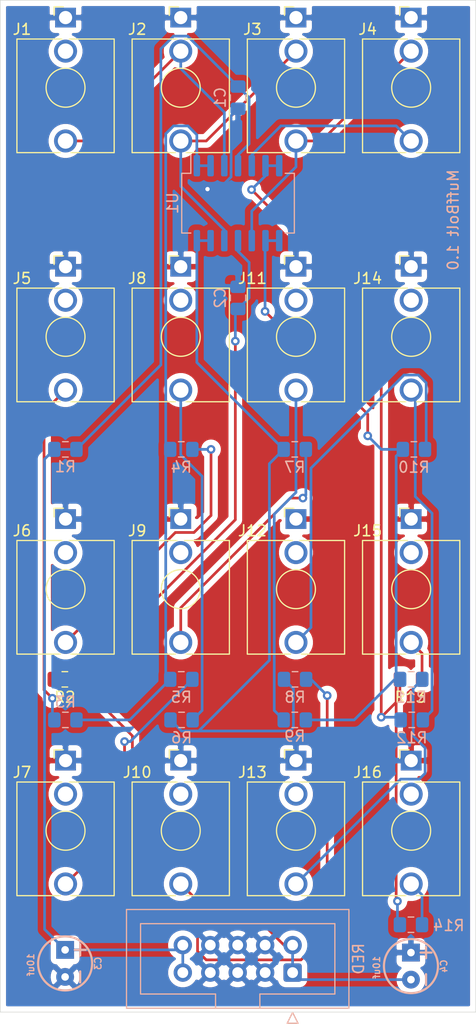
<source format=kicad_pcb>
(kicad_pcb (version 20171130) (host pcbnew 5.1.6)
  (layers (0 F.Cu signal) (31 B.Cu signal) (34 B.Paste user) (35 F.Paste user) (36 B.SilkS user) (37 F.SilkS user) (38 B.Mask user) (39 F.Mask user) (44 Edge.Cuts user))
  (net 0 "")
  (net 1 GND)
  (net 2 +12V)
  (net 3 -12V)
  (net 4 "Net-(J2-PadT)")
  (net 5 "Net-(J3-PadT)")
  (net 6 "Net-(J4-PadT)")
  (net 7 "Net-(J5-PadT)")
  (net 8 "Net-(J6-PadT)")
  (net 9 "Net-(J6-PadTN)")
  (net 10 "Net-(J7-PadT)")
  (net 11 "Net-(J7-PadTN)")
  (net 12 "Net-(J8-PadT)")
  (net 13 "Net-(J8-PadTN)")
  (net 14 "Net-(J9-PadT)")
  (net 15 "Net-(J9-PadTN)")
  (net 16 "Net-(J10-PadT)")
  (net 17 "Net-(J10-PadTN)")
  (net 18 "Net-(J11-PadT)")
  (net 19 "Net-(J11-PadTN)")
  (net 20 "Net-(J12-PadT)")
  (net 21 "Net-(J12-PadTN)")
  (net 22 "Net-(J13-PadT)")
  (net 23 "Net-(J13-PadTN)")
  (net 24 "Net-(J14-PadT)")
  (net 25 "Net-(J14-PadTN)")
  (net 26 "Net-(J15-PadT)")
  (net 27 "Net-(J15-PadTN)")
  (net 28 "Net-(J16-PadT)")
  (net 29 "Net-(J16-PadTN)")
  (net 30 "Net-(R3-Pad1)")
  (net 31 "Net-(R6-Pad1)")
  (net 32 "Net-(R10-Pad1)")
  (net 33 "Net-(R12-Pad1)")
  (net 34 "Net-(J1-PadT)")
  (net 35 "Net-(J1-PadTN)")
  (net 36 "Net-(J5-PadTN)")
  (module Resistor_SMD:R_0805_2012Metric_Pad1.15x1.40mm_HandSolder (layer B.Cu) (at 160.5 132.92596)
    (fp_text reference R14 (at 3.5 0.07404) (layer B.SilkS) (effects (justify mirror)))
    (fp_text value 1K)
    (pad 2 smd roundrect (at 1.025 0) (size 1.15 1.4) (layers B.Cu B.Paste B.Mask) (roundrect_rratio 0.217391) (net 28 "Net-(J16-PadT)"))
    (pad 1 smd roundrect (at -1.025 0) (size 1.15 1.4) (layers B.Cu B.Paste B.Mask) (roundrect_rratio 0.217391) (net 33 "Net-(R12-Pad1)"))
  )
  (module Resistor_SMD:R_0805_2012Metric_Pad1.15x1.40mm_HandSolder (layer F.Cu) (at 160.5 110.25)
    (fp_text reference R13 (at -0.05 1.65) (layer F.SilkS))
    (fp_text value 1K)
    (pad 2 smd roundrect (at 1.025 0) (size 1.15 1.4) (layers F.Cu F.Paste F.Mask) (roundrect_rratio 0.217391) (net 26 "Net-(J15-PadT)"))
    (pad 1 smd roundrect (at -1.025 0) (size 1.15 1.4) (layers F.Cu F.Paste F.Mask) (roundrect_rratio 0.217391) (net 33 "Net-(R12-Pad1)"))
  )
  (module Capacitors:CPOL-RADIAL-2.5MM-5MM (layer B.Cu) (at 160.5 136.75 90)
    (fp_text reference C4 (at 0 3.048 90) (layer B.SilkS) (effects (font (size 0.6096 0.6096) (thickness 0.127)) (justify mirror)))
    (fp_text value 10uf (at -0.127 -3.175 90) (layer B.SilkS) (effects (font (size 0.6096 0.6096) (thickness 0.127)) (justify mirror)))
    (pad 2 thru_hole circle (at -1.24968 0 90) (size 1.651 1.651) (drill 0.6985) (layers *.Cu *.Mask) (net 3 -12V))
    (pad 1 thru_hole rect (at 1.24968 0 90) (size 1.651 1.651) (drill 0.6985) (layers *.Cu *.Mask) (net 1 GND))
  )
  (module Capacitors:CPOL-RADIAL-2.5MM-5MM (layer B.Cu) (at 128.5 136.5 90)
    (fp_text reference C3 (at 0 3.048 90) (layer B.SilkS) (effects (font (size 0.6096 0.6096) (thickness 0.127)) (justify mirror)))
    (fp_text value 10uf (at -0.127 -3.175 90) (layer B.SilkS) (effects (font (size 0.6096 0.6096) (thickness 0.127)) (justify mirror)))
    (pad 2 thru_hole circle (at -1.24968 0 90) (size 1.651 1.651) (drill 0.6985) (layers *.Cu *.Mask) (net 1 GND))
    (pad 1 thru_hole rect (at 1.24968 0 90) (size 1.651 1.651) (drill 0.6985) (layers *.Cu *.Mask) (net 2 +12V))
  )
  (module Connector_IDC:IDC-Header_2x05_P2.54mm_Vertical (layer B.Cu) (at 149.55 137.35 90)
    (fp_text reference RED (at 1.27 6.1 270) (layer B.SilkS) (effects (justify mirror)))
    (fp_text value EURO_PWR_2x5)
    (pad 10 thru_hole circle (at 2.54 -10.16 90) (size 1.7 1.7) (drill 1) (layers *.Cu *.Mask) (net 2 +12V))
    (pad 8 thru_hole circle (at 2.54 -7.62 90) (size 1.7 1.7) (drill 1) (layers *.Cu *.Mask) (net 1 GND))
    (pad 6 thru_hole circle (at 2.54 -5.08 90) (size 1.7 1.7) (drill 1) (layers *.Cu *.Mask) (net 1 GND))
    (pad 4 thru_hole circle (at 2.54 -2.54 90) (size 1.7 1.7) (drill 1) (layers *.Cu *.Mask) (net 1 GND))
    (pad 2 thru_hole circle (at 2.54 0 90) (size 1.7 1.7) (drill 1) (layers *.Cu *.Mask) (net 3 -12V))
    (pad 9 thru_hole circle (at 0 -10.16 90) (size 1.7 1.7) (drill 1) (layers *.Cu *.Mask) (net 2 +12V))
    (pad 7 thru_hole circle (at 0 -7.62 90) (size 1.7 1.7) (drill 1) (layers *.Cu *.Mask) (net 1 GND))
    (pad 5 thru_hole circle (at 0 -5.08 90) (size 1.7 1.7) (drill 1) (layers *.Cu *.Mask) (net 1 GND))
    (pad 3 thru_hole circle (at 0 -2.54 90) (size 1.7 1.7) (drill 1) (layers *.Cu *.Mask) (net 1 GND))
    (pad 1 thru_hole roundrect (at 0 0 90) (size 1.7 1.7) (drill 1) (layers *.Cu *.Mask) (roundrect_rratio 0.147059) (net 3 -12V))
  )
  (module Package_SO:SO-14_5.3x10.2mm_P1.27mm (layer B.Cu) (at 144.5 66.25 270)
    (fp_text reference U1 (at 0 6.05 90) (layer B.SilkS) (effects (justify mirror)))
    (fp_text value TL074)
    (pad 14 smd roundrect (at 3.4625 3.81 270) (size 1.975 0.6) (layers B.Cu B.Paste B.Mask) (net 31 "Net-(R6-Pad1)"))
    (pad 13 smd roundrect (at 3.4625 2.54 270) (size 1.975 0.6) (layers B.Cu B.Paste B.Mask) (net 31 "Net-(R6-Pad1)"))
    (pad 12 smd roundrect (at 3.4625 1.27 270) (size 1.975 0.6) (layers B.Cu B.Paste B.Mask) (net 4 "Net-(J2-PadT)"))
    (pad 11 smd roundrect (at 3.4625 0 270) (size 1.975 0.6) (layers B.Cu B.Paste B.Mask) (net 3 -12V))
    (pad 10 smd roundrect (at 3.4625 -1.27 270) (size 1.975 0.6) (layers B.Cu B.Paste B.Mask) (net 5 "Net-(J3-PadT)"))
    (pad 9 smd roundrect (at 3.4625 -2.54 270) (size 1.975 0.6) (layers B.Cu B.Paste B.Mask) (net 32 "Net-(R10-Pad1)"))
    (pad 8 smd roundrect (at 3.4625 -3.81 270) (size 1.975 0.6) (layers B.Cu B.Paste B.Mask) (net 32 "Net-(R10-Pad1)"))
    (pad 7 smd roundrect (at -3.4625 -3.81 270) (size 1.975 0.6) (layers B.Cu B.Paste B.Mask) (net 33 "Net-(R12-Pad1)"))
    (pad 6 smd roundrect (at -3.4625 -2.54 270) (size 1.975 0.6) (layers B.Cu B.Paste B.Mask) (net 33 "Net-(R12-Pad1)"))
    (pad 5 smd roundrect (at -3.4625 -1.27 270) (size 1.975 0.6) (layers B.Cu B.Paste B.Mask) (net 6 "Net-(J4-PadT)"))
    (pad 4 smd roundrect (at -3.4625 0 270) (size 1.975 0.6) (layers B.Cu B.Paste B.Mask) (net 2 +12V))
    (pad 3 smd roundrect (at -3.4625 1.27 270) (size 1.975 0.6) (layers B.Cu B.Paste B.Mask) (net 34 "Net-(J1-PadT)"))
    (pad 2 smd roundrect (at -3.4625 2.54 270) (size 1.975 0.6) (layers B.Cu B.Paste B.Mask) (net 30 "Net-(R3-Pad1)"))
    (pad 1 smd roundrect (at -3.4625 3.81 270) (size 1.975 0.6) (layers B.Cu B.Paste B.Mask) (net 30 "Net-(R3-Pad1)"))
  )
  (module Resistor_SMD:R_0805_2012Metric_Pad1.15x1.40mm_HandSolder (layer B.Cu) (at 160.575 114)
    (fp_text reference R12 (at 0 1.65) (layer B.SilkS) (effects (justify mirror)))
    (fp_text value 1K)
    (pad 2 smd roundrect (at 1.025 0) (size 1.15 1.4) (layers B.Cu B.Paste B.Mask) (roundrect_rratio 0.217391) (net 24 "Net-(J14-PadT)"))
    (pad 1 smd roundrect (at -1.025 0) (size 1.15 1.4) (layers B.Cu B.Paste B.Mask) (roundrect_rratio 0.217391) (net 33 "Net-(R12-Pad1)"))
  )
  (module Resistor_SMD:R_0805_2012Metric_Pad1.15x1.40mm_HandSolder (layer B.Cu) (at 160.525 110.25)
    (fp_text reference R11 (at 0 1.65) (layer B.SilkS) (effects (justify mirror)))
    (fp_text value 1K)
    (pad 2 smd roundrect (at 1.025 0) (size 1.15 1.4) (layers B.Cu B.Paste B.Mask) (roundrect_rratio 0.217391) (net 22 "Net-(J13-PadT)"))
    (pad 1 smd roundrect (at -1.025 0) (size 1.15 1.4) (layers B.Cu B.Paste B.Mask) (roundrect_rratio 0.217391) (net 32 "Net-(R10-Pad1)"))
  )
  (module Resistor_SMD:R_0805_2012Metric_Pad1.15x1.40mm_HandSolder (layer B.Cu) (at 160.775 89)
    (fp_text reference R10 (at 0 1.65) (layer B.SilkS) (effects (justify mirror)))
    (fp_text value 1K)
    (pad 2 smd roundrect (at 1.025 0) (size 1.15 1.4) (layers B.Cu B.Paste B.Mask) (roundrect_rratio 0.217391) (net 20 "Net-(J12-PadT)"))
    (pad 1 smd roundrect (at -1.025 0) (size 1.15 1.4) (layers B.Cu B.Paste B.Mask) (roundrect_rratio 0.217391) (net 32 "Net-(R10-Pad1)"))
  )
  (module Resistor_SMD:R_0805_2012Metric_Pad1.15x1.40mm_HandSolder (layer B.Cu) (at 149.75 114 180)
    (fp_text reference R9 (at 0 -1.5) (layer B.SilkS) (effects (justify mirror)))
    (fp_text value 1K)
    (pad 2 smd roundrect (at 1.025 0 180) (size 1.15 1.4) (layers B.Cu B.Paste B.Mask) (roundrect_rratio 0.217391) (net 18 "Net-(J11-PadT)"))
    (pad 1 smd roundrect (at -1.025 0 180) (size 1.15 1.4) (layers B.Cu B.Paste B.Mask) (roundrect_rratio 0.217391) (net 32 "Net-(R10-Pad1)"))
  )
  (module Resistor_SMD:R_0805_2012Metric_Pad1.15x1.40mm_HandSolder (layer B.Cu) (at 149.775 110.25)
    (fp_text reference R8 (at 0 1.65) (layer B.SilkS) (effects (justify mirror)))
    (fp_text value 1K)
    (pad 2 smd roundrect (at 1.025 0) (size 1.15 1.4) (layers B.Cu B.Paste B.Mask) (roundrect_rratio 0.217391) (net 16 "Net-(J10-PadT)"))
    (pad 1 smd roundrect (at -1.025 0) (size 1.15 1.4) (layers B.Cu B.Paste B.Mask) (roundrect_rratio 0.217391) (net 31 "Net-(R6-Pad1)"))
  )
  (module Resistor_SMD:R_0805_2012Metric_Pad1.15x1.40mm_HandSolder (layer B.Cu) (at 149.75 89)
    (fp_text reference R7 (at 0 1.65) (layer B.SilkS) (effects (justify mirror)))
    (fp_text value 1K)
    (pad 2 smd roundrect (at 1.025 0) (size 1.15 1.4) (layers B.Cu B.Paste B.Mask) (roundrect_rratio 0.217391) (net 14 "Net-(J9-PadT)"))
    (pad 1 smd roundrect (at -1.025 0) (size 1.15 1.4) (layers B.Cu B.Paste B.Mask) (roundrect_rratio 0.217391) (net 31 "Net-(R6-Pad1)"))
  )
  (module Resistor_SMD:R_0805_2012Metric_Pad1.15x1.40mm_HandSolder (layer B.Cu) (at 139.275 114)
    (fp_text reference R6 (at 0 1.65) (layer B.SilkS) (effects (justify mirror)))
    (fp_text value 1K)
    (pad 2 smd roundrect (at 1.025 0) (size 1.15 1.4) (layers B.Cu B.Paste B.Mask) (roundrect_rratio 0.217391) (net 12 "Net-(J8-PadT)"))
    (pad 1 smd roundrect (at -1.025 0) (size 1.15 1.4) (layers B.Cu B.Paste B.Mask) (roundrect_rratio 0.217391) (net 31 "Net-(R6-Pad1)"))
  )
  (module Resistor_SMD:R_0805_2012Metric_Pad1.15x1.40mm_HandSolder (layer B.Cu) (at 139.25 110.25)
    (fp_text reference R5 (at 0 1.65) (layer B.SilkS) (effects (justify mirror)))
    (fp_text value 1K)
    (pad 2 smd roundrect (at 1.025 0) (size 1.15 1.4) (layers B.Cu B.Paste B.Mask) (roundrect_rratio 0.217391) (net 10 "Net-(J7-PadT)"))
    (pad 1 smd roundrect (at -1.025 0) (size 1.15 1.4) (layers B.Cu B.Paste B.Mask) (roundrect_rratio 0.217391) (net 30 "Net-(R3-Pad1)"))
  )
  (module Resistor_SMD:R_0805_2012Metric_Pad1.15x1.40mm_HandSolder (layer B.Cu) (at 139.25 89)
    (fp_text reference R4 (at 0 1.65) (layer B.SilkS) (effects (justify mirror)))
    (fp_text value 1K)
    (pad 2 smd roundrect (at 1.025 0) (size 1.15 1.4) (layers B.Cu B.Paste B.Mask) (roundrect_rratio 0.217391) (net 8 "Net-(J6-PadT)"))
    (pad 1 smd roundrect (at -1.025 0) (size 1.15 1.4) (layers B.Cu B.Paste B.Mask) (roundrect_rratio 0.217391) (net 30 "Net-(R3-Pad1)"))
  )
  (module Resistor_SMD:R_0805_2012Metric_Pad1.15x1.40mm_HandSolder (layer B.Cu) (at 128.525 114 180)
    (fp_text reference R3 (at 0 1.65) (layer B.SilkS) (effects (justify mirror)))
    (fp_text value 1K)
    (pad 2 smd roundrect (at 1.025 0 180) (size 1.15 1.4) (layers B.Cu B.Paste B.Mask) (roundrect_rratio 0.217391) (net 7 "Net-(J5-PadT)"))
    (pad 1 smd roundrect (at -1.025 0 180) (size 1.15 1.4) (layers B.Cu B.Paste B.Mask) (roundrect_rratio 0.217391) (net 30 "Net-(R3-Pad1)"))
  )
  (module Resistor_SMD:R_0805_2012Metric_Pad1.15x1.40mm_HandSolder (layer F.Cu) (at 128.475 110.25 180)
    (fp_text reference R2 (at 0 -1.65) (layer F.SilkS))
    (fp_text value 10)
    (pad 2 smd roundrect (at 1.025 0 180) (size 1.15 1.4) (layers F.Cu F.Paste F.Mask) (roundrect_rratio 0.217391) (net 3 -12V))
    (pad 1 smd roundrect (at -1.025 0 180) (size 1.15 1.4) (layers F.Cu F.Paste F.Mask) (roundrect_rratio 0.217391) (net 3 -12V))
  )
  (module Resistor_SMD:R_0805_2012Metric_Pad1.15x1.40mm_HandSolder (layer B.Cu) (at 128.525 89 180)
    (fp_text reference R1 (at 0 -1.6) (layer B.SilkS) (effects (justify mirror)))
    (fp_text value 10)
    (pad 2 smd roundrect (at 1.025 0 180) (size 1.15 1.4) (layers B.Cu B.Paste B.Mask) (roundrect_rratio 0.217391) (net 2 +12V))
    (pad 1 smd roundrect (at -1.025 0 180) (size 1.15 1.4) (layers B.Cu B.Paste B.Mask) (roundrect_rratio 0.217391) (net 2 +12V))
  )
  (module Connector_Audio:Jack_3.5mm_QingPu_WQP-PJ398SM_Vertical_CircularHoles (layer F.Cu) (at 160.52 117.76)
    (fp_text reference J16 (at -4.03 1.08 180) (layer F.SilkS))
    (fp_text value OUT3)
    (pad T thru_hole circle (at 0 11.4 180) (size 2.13 2.13) (drill 1.43) (layers *.Cu *.Mask) (net 28 "Net-(J16-PadT)"))
    (pad S thru_hole rect (at 0 0 180) (size 1.93 1.83) (drill 1.22) (layers *.Cu *.Mask) (net 1 GND))
    (pad TN thru_hole circle (at 0 3.1 180) (size 2.13 2.13) (drill 1.42) (layers *.Cu *.Mask) (net 29 "Net-(J16-PadTN)"))
  )
  (module Connector_Audio:Jack_3.5mm_QingPu_WQP-PJ398SM_Vertical_CircularHoles (layer F.Cu) (at 160.52 95.44)
    (fp_text reference J15 (at -4.03 1.08 180) (layer F.SilkS))
    (fp_text value OUT2)
    (pad T thru_hole circle (at 0 11.4 180) (size 2.13 2.13) (drill 1.43) (layers *.Cu *.Mask) (net 26 "Net-(J15-PadT)"))
    (pad S thru_hole rect (at 0 0 180) (size 1.93 1.83) (drill 1.22) (layers *.Cu *.Mask) (net 1 GND))
    (pad TN thru_hole circle (at 0 3.1 180) (size 2.13 2.13) (drill 1.42) (layers *.Cu *.Mask) (net 27 "Net-(J15-PadTN)"))
  )
  (module Connector_Audio:Jack_3.5mm_QingPu_WQP-PJ398SM_Vertical_CircularHoles (layer F.Cu) (at 160.52 72.12)
    (fp_text reference J14 (at -4.03 1.08 180) (layer F.SilkS))
    (fp_text value OUT1)
    (pad T thru_hole circle (at 0 11.4 180) (size 2.13 2.13) (drill 1.43) (layers *.Cu *.Mask) (net 24 "Net-(J14-PadT)"))
    (pad S thru_hole rect (at 0 0 180) (size 1.93 1.83) (drill 1.22) (layers *.Cu *.Mask) (net 1 GND))
    (pad TN thru_hole circle (at 0 3.1 180) (size 2.13 2.13) (drill 1.42) (layers *.Cu *.Mask) (net 25 "Net-(J14-PadTN)"))
  )
  (module Connector_Audio:Jack_3.5mm_QingPu_WQP-PJ398SM_Vertical_CircularHoles (layer F.Cu) (at 149.86 117.76)
    (fp_text reference J13 (at -4.03 1.08 180) (layer F.SilkS))
    (fp_text value OUT3)
    (pad T thru_hole circle (at 0 11.4 180) (size 2.13 2.13) (drill 1.43) (layers *.Cu *.Mask) (net 22 "Net-(J13-PadT)"))
    (pad S thru_hole rect (at 0 0 180) (size 1.93 1.83) (drill 1.22) (layers *.Cu *.Mask) (net 1 GND))
    (pad TN thru_hole circle (at 0 3.1 180) (size 2.13 2.13) (drill 1.42) (layers *.Cu *.Mask) (net 23 "Net-(J13-PadTN)"))
  )
  (module Connector_Audio:Jack_3.5mm_QingPu_WQP-PJ398SM_Vertical_CircularHoles (layer F.Cu) (at 149.86 95.44)
    (fp_text reference J12 (at -4.03 1.08 180) (layer F.SilkS))
    (fp_text value OUT2)
    (pad T thru_hole circle (at 0 11.4 180) (size 2.13 2.13) (drill 1.43) (layers *.Cu *.Mask) (net 20 "Net-(J12-PadT)"))
    (pad S thru_hole rect (at 0 0 180) (size 1.93 1.83) (drill 1.22) (layers *.Cu *.Mask) (net 1 GND))
    (pad TN thru_hole circle (at 0 3.1 180) (size 2.13 2.13) (drill 1.42) (layers *.Cu *.Mask) (net 21 "Net-(J12-PadTN)"))
  )
  (module Connector_Audio:Jack_3.5mm_QingPu_WQP-PJ398SM_Vertical_CircularHoles (layer F.Cu) (at 149.86 72.12)
    (fp_text reference J11 (at -4.03 1.08 180) (layer F.SilkS))
    (fp_text value OUT1)
    (pad T thru_hole circle (at 0 11.4 180) (size 2.13 2.13) (drill 1.43) (layers *.Cu *.Mask) (net 18 "Net-(J11-PadT)"))
    (pad S thru_hole rect (at 0 0 180) (size 1.93 1.83) (drill 1.22) (layers *.Cu *.Mask) (net 1 GND))
    (pad TN thru_hole circle (at 0 3.1 180) (size 2.13 2.13) (drill 1.42) (layers *.Cu *.Mask) (net 19 "Net-(J11-PadTN)"))
  )
  (module Connector_Audio:Jack_3.5mm_QingPu_WQP-PJ398SM_Vertical_CircularHoles (layer F.Cu) (at 139.2 117.76)
    (fp_text reference J10 (at -4.03 1.08 180) (layer F.SilkS))
    (fp_text value OUT3)
    (pad T thru_hole circle (at 0 11.4 180) (size 2.13 2.13) (drill 1.43) (layers *.Cu *.Mask) (net 16 "Net-(J10-PadT)"))
    (pad S thru_hole rect (at 0 0 180) (size 1.93 1.83) (drill 1.22) (layers *.Cu *.Mask) (net 1 GND))
    (pad TN thru_hole circle (at 0 3.1 180) (size 2.13 2.13) (drill 1.42) (layers *.Cu *.Mask) (net 17 "Net-(J10-PadTN)"))
  )
  (module Connector_Audio:Jack_3.5mm_QingPu_WQP-PJ398SM_Vertical_CircularHoles (layer F.Cu) (at 139.2 95.44)
    (fp_text reference J9 (at -4.03 1.08 180) (layer F.SilkS))
    (fp_text value OUT2)
    (pad T thru_hole circle (at 0 11.4 180) (size 2.13 2.13) (drill 1.43) (layers *.Cu *.Mask) (net 14 "Net-(J9-PadT)"))
    (pad S thru_hole rect (at 0 0 180) (size 1.93 1.83) (drill 1.22) (layers *.Cu *.Mask) (net 1 GND))
    (pad TN thru_hole circle (at 0 3.1 180) (size 2.13 2.13) (drill 1.42) (layers *.Cu *.Mask) (net 15 "Net-(J9-PadTN)"))
  )
  (module Connector_Audio:Jack_3.5mm_QingPu_WQP-PJ398SM_Vertical_CircularHoles (layer F.Cu) (at 139.2 72.12)
    (fp_text reference J8 (at -4.03 1.08 180) (layer F.SilkS))
    (fp_text value OUT1)
    (pad T thru_hole circle (at 0 11.4 180) (size 2.13 2.13) (drill 1.43) (layers *.Cu *.Mask) (net 12 "Net-(J8-PadT)"))
    (pad S thru_hole rect (at 0 0 180) (size 1.93 1.83) (drill 1.22) (layers *.Cu *.Mask) (net 1 GND))
    (pad TN thru_hole circle (at 0 3.1 180) (size 2.13 2.13) (drill 1.42) (layers *.Cu *.Mask) (net 13 "Net-(J8-PadTN)"))
  )
  (module Connector_Audio:Jack_3.5mm_QingPu_WQP-PJ398SM_Vertical_CircularHoles (layer F.Cu) (at 128.54 117.76)
    (fp_text reference J7 (at -4.03 1.08 180) (layer F.SilkS))
    (fp_text value OUT3)
    (pad T thru_hole circle (at 0 11.4 180) (size 2.13 2.13) (drill 1.43) (layers *.Cu *.Mask) (net 10 "Net-(J7-PadT)"))
    (pad S thru_hole rect (at 0 0 180) (size 1.93 1.83) (drill 1.22) (layers *.Cu *.Mask) (net 1 GND))
    (pad TN thru_hole circle (at 0 3.1 180) (size 2.13 2.13) (drill 1.42) (layers *.Cu *.Mask) (net 11 "Net-(J7-PadTN)"))
  )
  (module Connector_Audio:Jack_3.5mm_QingPu_WQP-PJ398SM_Vertical_CircularHoles (layer F.Cu) (at 128.54 95.44)
    (fp_text reference J6 (at -4.03 1.08 180) (layer F.SilkS))
    (fp_text value OUT2)
    (pad T thru_hole circle (at 0 11.4 180) (size 2.13 2.13) (drill 1.43) (layers *.Cu *.Mask) (net 8 "Net-(J6-PadT)"))
    (pad S thru_hole rect (at 0 0 180) (size 1.93 1.83) (drill 1.22) (layers *.Cu *.Mask) (net 1 GND))
    (pad TN thru_hole circle (at 0 3.1 180) (size 2.13 2.13) (drill 1.42) (layers *.Cu *.Mask) (net 9 "Net-(J6-PadTN)"))
  )
  (module Connector_Audio:Jack_3.5mm_QingPu_WQP-PJ398SM_Vertical_CircularHoles (layer F.Cu) (at 128.54 72.12)
    (fp_text reference J5 (at -4.03 1.08 180) (layer F.SilkS))
    (fp_text value OUT1)
    (pad T thru_hole circle (at 0 11.4 180) (size 2.13 2.13) (drill 1.43) (layers *.Cu *.Mask) (net 7 "Net-(J5-PadT)"))
    (pad S thru_hole rect (at 0 0 180) (size 1.93 1.83) (drill 1.22) (layers *.Cu *.Mask) (net 1 GND))
    (pad TN thru_hole circle (at 0 3.1 180) (size 2.13 2.13) (drill 1.42) (layers *.Cu *.Mask) (net 36 "Net-(J5-PadTN)"))
  )
  (module Connector_Audio:Jack_3.5mm_QingPu_WQP-PJ398SM_Vertical_CircularHoles (layer F.Cu) (at 160.52 49.1)
    (fp_text reference J4 (at -4.03 1.08 180) (layer F.SilkS))
    (fp_text value IN4)
    (pad T thru_hole circle (at 0 11.4 180) (size 2.13 2.13) (drill 1.43) (layers *.Cu *.Mask) (net 6 "Net-(J4-PadT)"))
    (pad S thru_hole rect (at 0 0 180) (size 1.93 1.83) (drill 1.22) (layers *.Cu *.Mask) (net 1 GND))
    (pad TN thru_hole circle (at 0 3.1 180) (size 2.13 2.13) (drill 1.42) (layers *.Cu *.Mask) (net 5 "Net-(J3-PadT)"))
  )
  (module Connector_Audio:Jack_3.5mm_QingPu_WQP-PJ398SM_Vertical_CircularHoles (layer F.Cu) (at 149.86 49.1)
    (fp_text reference J3 (at -4.03 1.08 180) (layer F.SilkS))
    (fp_text value IN3)
    (pad T thru_hole circle (at 0 11.4 180) (size 2.13 2.13) (drill 1.43) (layers *.Cu *.Mask) (net 5 "Net-(J3-PadT)"))
    (pad S thru_hole rect (at 0 0 180) (size 1.93 1.83) (drill 1.22) (layers *.Cu *.Mask) (net 1 GND))
    (pad TN thru_hole circle (at 0 3.1 180) (size 2.13 2.13) (drill 1.42) (layers *.Cu *.Mask) (net 4 "Net-(J2-PadT)"))
  )
  (module Connector_Audio:Jack_3.5mm_QingPu_WQP-PJ398SM_Vertical_CircularHoles (layer F.Cu) (at 139.2 49.1)
    (fp_text reference J2 (at -4.03 1.08 180) (layer F.SilkS))
    (fp_text value IN2)
    (pad T thru_hole circle (at 0 11.4 180) (size 2.13 2.13) (drill 1.43) (layers *.Cu *.Mask) (net 4 "Net-(J2-PadT)"))
    (pad S thru_hole rect (at 0 0 180) (size 1.93 1.83) (drill 1.22) (layers *.Cu *.Mask) (net 1 GND))
    (pad TN thru_hole circle (at 0 3.1 180) (size 2.13 2.13) (drill 1.42) (layers *.Cu *.Mask) (net 34 "Net-(J1-PadT)"))
  )
  (module Connector_Audio:Jack_3.5mm_QingPu_WQP-PJ398SM_Vertical_CircularHoles (layer F.Cu) (at 128.54 49.1)
    (fp_text reference J1 (at -4.03 1.08 180) (layer F.SilkS))
    (fp_text value IN1)
    (pad T thru_hole circle (at 0 11.4 180) (size 2.13 2.13) (drill 1.43) (layers *.Cu *.Mask) (net 34 "Net-(J1-PadT)"))
    (pad S thru_hole rect (at 0 0 180) (size 1.93 1.83) (drill 1.22) (layers *.Cu *.Mask) (net 1 GND))
    (pad TN thru_hole circle (at 0 3.1 180) (size 2.13 2.13) (drill 1.42) (layers *.Cu *.Mask) (net 35 "Net-(J1-PadTN)"))
  )
  (module Capacitor_SMD:C_0805_2012Metric_Pad1.15x1.40mm_HandSolder (layer B.Cu) (at 144.5 75 270)
    (fp_text reference C2 (at 0 1.65 90) (layer B.SilkS) (effects (justify mirror)))
    (fp_text value .1uf)
    (pad 2 smd roundrect (at 1.025 0 270) (size 1.15 1.4) (layers B.Cu B.Paste B.Mask) (roundrect_rratio 0.217391) (net 3 -12V))
    (pad 1 smd roundrect (at -1.025 0 270) (size 1.15 1.4) (layers B.Cu B.Paste B.Mask) (roundrect_rratio 0.217391) (net 1 GND))
  )
  (module Capacitor_SMD:C_0805_2012Metric_Pad1.15x1.40mm_HandSolder (layer B.Cu) (at 144.5 56.5 270)
    (fp_text reference C1 (at 0 1.65 90) (layer B.SilkS) (effects (justify mirror)))
    (fp_text value .1uf)
    (pad 2 smd roundrect (at 1.025 0 270) (size 1.15 1.4) (layers B.Cu B.Paste B.Mask) (roundrect_rratio 0.217391) (net 1 GND))
    (pad 1 smd roundrect (at -1.025 0 270) (size 1.15 1.4) (layers B.Cu B.Paste B.Mask) (roundrect_rratio 0.217391) (net 2 +12V))
  )
  (gr_text "MuffBolt 1.0" (at 164.4 67.8 90) (layer B.SilkS) (effects (font (size 1 1)) (justify mirror)))
  (gr_line (start 122.5 141) (end 166.5 141) (layer Edge.Cuts) (width 0.05))
  (gr_line (start 122.5 47.5) (end 166.5 47.5) (layer Edge.Cuts) (width 0.05))
  (gr_line (start 122.5 141) (end 122.5 47.5) (layer Edge.Cuts) (width 0.05))
  (gr_line (start 166.5 47.5) (end 166.5 141) (layer Edge.Cuts) (width 0.05))
  (via (at 141.675 64.95) (size 0.8) (drill 0.4) (layers F.Cu B.Cu) (net 1))
  (segment (start 142.726768 64.95) (end 141.675 64.95) (width 0.25) (layer B.Cu) (net 1))
  (segment (start 143.85501 63.821758) (end 142.726768 64.95) (width 0.25) (layer B.Cu) (net 1))
  (segment (start 143.85501 58.16999) (end 143.85501 63.821758) (width 0.25) (layer B.Cu) (net 1))
  (segment (start 144.5 57.525) (end 143.85501 58.16999) (width 0.25) (layer B.Cu) (net 1))
  (segment (start 141.675 64.95) (end 138.725 64.95) (width 0.25) (layer F.Cu) (net 1))
  (segment (start 144.5 61.8) (end 144.5 62.7875) (width 0.25) (layer B.Cu) (net 2))
  (segment (start 145.52501 60.77499) (end 144.5 61.8) (width 0.25) (layer B.Cu) (net 2))
  (segment (start 145.52501 56.50001) (end 145.52501 60.77499) (width 0.25) (layer B.Cu) (net 2))
  (segment (start 144.5 55.475) (end 145.52501 56.50001) (width 0.25) (layer B.Cu) (net 2))
  (segment (start 139.834999 50.809999) (end 144.5 55.475) (width 0.25) (layer B.Cu) (net 2))
  (segment (start 138.532799 50.809999) (end 139.834999 50.809999) (width 0.25) (layer B.Cu) (net 2))
  (segment (start 137.35999 51.982808) (end 138.532799 50.809999) (width 0.25) (layer B.Cu) (net 2))
  (segment (start 137.35999 81.19001) (end 137.35999 51.982808) (width 0.25) (layer B.Cu) (net 2))
  (segment (start 129.55 89) (end 137.35999 81.19001) (width 0.25) (layer B.Cu) (net 2))
  (segment (start 129.55 89) (end 127.5 89) (width 0.25) (layer B.Cu) (net 2))
  (segment (start 126.59999 133.35031) (end 128.5 135.25032) (width 0.25) (layer B.Cu) (net 2))
  (segment (start 126.59999 89.90001) (end 126.59999 133.35031) (width 0.25) (layer B.Cu) (net 2))
  (segment (start 127.5 89) (end 126.59999 89.90001) (width 0.25) (layer B.Cu) (net 2))
  (segment (start 138.94968 135.25032) (end 139.39 134.81) (width 0.25) (layer B.Cu) (net 2))
  (segment (start 128.5 135.25032) (end 138.94968 135.25032) (width 0.25) (layer B.Cu) (net 2))
  (segment (start 139.39 137.35) (end 139.39 134.81) (width 0.25) (layer B.Cu) (net 2))
  (segment (start 148.77181 134.81) (end 149.55 134.81) (width 0.25) (layer B.Cu) (net 3))
  (segment (start 149.55 134.81) (end 149.55 137.35) (width 0.25) (layer B.Cu) (net 3))
  (segment (start 144.5 70.7) (end 144.5 69.7125) (width 0.25) (layer B.Cu) (net 3))
  (segment (start 145.52501 71.72501) (end 144.5 70.7) (width 0.25) (layer B.Cu) (net 3))
  (segment (start 145.52501 74.99999) (end 145.52501 71.72501) (width 0.25) (layer B.Cu) (net 3))
  (segment (start 144.5 76.025) (end 145.52501 74.99999) (width 0.25) (layer B.Cu) (net 3))
  (segment (start 134.725001 115.475001) (end 129.5 110.25) (width 0.25) (layer F.Cu) (net 3))
  (segment (start 134.725001 120.785999) (end 134.725001 115.475001) (width 0.25) (layer F.Cu) (net 3))
  (segment (start 148.749002 134.81) (end 134.725001 120.785999) (width 0.25) (layer F.Cu) (net 3))
  (segment (start 149.55 134.81) (end 148.749002 134.81) (width 0.25) (layer F.Cu) (net 3))
  (segment (start 129.5 110.25) (end 127.600009 110.25) (width 0.25) (layer F.Cu) (net 3))
  (via (at 144.25 79) (size 0.8) (drill 0.4) (layers F.Cu B.Cu) (net 3))
  (segment (start 144.25 95.5) (end 144.25 79) (width 0.25) (layer F.Cu) (net 3))
  (segment (start 129.5 110.25) (end 144.25 95.5) (width 0.25) (layer F.Cu) (net 3))
  (segment (start 144.25 76.275) (end 144.5 76.025) (width 0.25) (layer B.Cu) (net 3))
  (segment (start 144.25 79) (end 144.25 76.275) (width 0.25) (layer B.Cu) (net 3))
  (segment (start 150.19968 137.99968) (end 149.55 137.35) (width 0.25) (layer B.Cu) (net 3))
  (segment (start 160.5 137.99968) (end 150.19968 137.99968) (width 0.25) (layer B.Cu) (net 3))
  (segment (start 141.56 60.5) (end 149.86 52.2) (width 0.25) (layer F.Cu) (net 4))
  (segment (start 139.2 60.5) (end 141.56 60.5) (width 0.25) (layer F.Cu) (net 4))
  (segment (start 139.2 64.695) (end 139.2 60.5) (width 0.25) (layer B.Cu) (net 4))
  (segment (start 143.23 68.725) (end 139.2 64.695) (width 0.25) (layer B.Cu) (net 4))
  (segment (start 143.23 69.7125) (end 143.23 68.725) (width 0.25) (layer B.Cu) (net 4))
  (segment (start 152.22 60.5) (end 160.52 52.2) (width 0.25) (layer F.Cu) (net 5))
  (segment (start 149.86 60.5) (end 152.22 60.5) (width 0.25) (layer F.Cu) (net 5))
  (segment (start 149.86 62.896768) (end 145.77 66.986768) (width 0.25) (layer B.Cu) (net 5))
  (segment (start 145.77 66.986768) (end 145.77 69.7125) (width 0.25) (layer B.Cu) (net 5))
  (segment (start 149.86 60.5) (end 149.86 62.896768) (width 0.25) (layer B.Cu) (net 5))
  (segment (start 159.129999 59.109999) (end 160.52 60.5) (width 0.25) (layer B.Cu) (net 6))
  (segment (start 148.460001 59.109999) (end 159.129999 59.109999) (width 0.25) (layer B.Cu) (net 6))
  (segment (start 145.77 61.8) (end 148.460001 59.109999) (width 0.25) (layer B.Cu) (net 6))
  (segment (start 145.77 62.7875) (end 145.77 61.8) (width 0.25) (layer B.Cu) (net 6))
  (via (at 127.32499 112) (size 0.8) (drill 0.4) (layers F.Cu B.Cu) (net 7))
  (segment (start 127.25 112) (end 127.32499 112) (width 0.25) (layer F.Cu) (net 7))
  (segment (start 127.149999 111.899999) (end 127.25 112) (width 0.25) (layer F.Cu) (net 7))
  (segment (start 127.32499 113.82499) (end 127.5 114) (width 0.25) (layer B.Cu) (net 7))
  (segment (start 127.32499 112) (end 127.32499 113.82499) (width 0.25) (layer B.Cu) (net 7))
  (segment (start 126.54999 85.51001) (end 128.54 83.52) (width 0.25) (layer F.Cu) (net 7))
  (segment (start 126.54999 111.225) (end 126.54999 85.51001) (width 0.25) (layer F.Cu) (net 7))
  (segment (start 127.32499 112) (end 126.54999 111.225) (width 0.25) (layer F.Cu) (net 7))
  (via (at 142 89) (size 0.8) (drill 0.4) (layers F.Cu B.Cu) (net 8))
  (segment (start 140.275 89) (end 142 89) (width 0.25) (layer B.Cu) (net 8))
  (segment (start 138.699999 96.680001) (end 128.54 106.84) (width 0.25) (layer F.Cu) (net 8))
  (segment (start 140.425001 96.680001) (end 138.699999 96.680001) (width 0.25) (layer F.Cu) (net 8))
  (segment (start 142 95.105002) (end 140.425001 96.680001) (width 0.25) (layer F.Cu) (net 8))
  (segment (start 142 89) (end 142 95.105002) (width 0.25) (layer F.Cu) (net 8))
  (via (at 134 116) (size 0.8) (drill 0.4) (layers F.Cu B.Cu) (net 10))
  (segment (start 134.525 116) (end 134 116) (width 0.25) (layer B.Cu) (net 10))
  (segment (start 140.275 110.25) (end 134.525 116) (width 0.25) (layer B.Cu) (net 10))
  (segment (start 134 123.7) (end 128.54 129.16) (width 0.25) (layer F.Cu) (net 10))
  (segment (start 134 116) (end 134 123.7) (width 0.25) (layer F.Cu) (net 10))
  (segment (start 141.17501 113.12499) (end 140.3 114) (width 0.25) (layer B.Cu) (net 12))
  (segment (start 141.17501 91.4882) (end 141.17501 113.12499) (width 0.25) (layer B.Cu) (net 12))
  (segment (start 139.2 89.51319) (end 141.17501 91.4882) (width 0.25) (layer B.Cu) (net 12))
  (segment (start 139.2 83.52) (end 139.2 89.51319) (width 0.25) (layer B.Cu) (net 12))
  (via (at 150.5 93.5) (size 0.8) (drill 0.4) (layers F.Cu B.Cu) (net 14))
  (segment (start 150.775 93.225) (end 150.5 93.5) (width 0.25) (layer B.Cu) (net 14))
  (segment (start 150.775 89) (end 150.775 93.225) (width 0.25) (layer B.Cu) (net 14))
  (segment (start 139.2 103.634998) (end 139.2 106.84) (width 0.25) (layer F.Cu) (net 14))
  (segment (start 149.334998 93.5) (end 139.2 103.634998) (width 0.25) (layer F.Cu) (net 14))
  (segment (start 150.5 93.5) (end 149.334998 93.5) (width 0.25) (layer F.Cu) (net 14))
  (via (at 152.75 111.75) (size 0.8) (drill 0.4) (layers F.Cu B.Cu) (net 16))
  (segment (start 151.25 110.25) (end 152.75 111.75) (width 0.25) (layer B.Cu) (net 16))
  (segment (start 150.8 110.25) (end 151.25 110.25) (width 0.25) (layer B.Cu) (net 16))
  (segment (start 140.754999 130.714999) (end 139.2 129.16) (width 0.25) (layer F.Cu) (net 16))
  (segment (start 140.754999 135.374001) (end 140.754999 130.714999) (width 0.25) (layer F.Cu) (net 16))
  (segment (start 141.555997 136.174999) (end 140.754999 135.374001) (width 0.25) (layer F.Cu) (net 16))
  (segment (start 146.445999 136.174999) (end 141.555997 136.174999) (width 0.25) (layer F.Cu) (net 16))
  (segment (start 146.446008 136.17499) (end 146.445999 136.174999) (width 0.25) (layer F.Cu) (net 16))
  (segment (start 150.32501 136.17499) (end 146.446008 136.17499) (width 0.25) (layer F.Cu) (net 16))
  (segment (start 152.75 133.75) (end 150.32501 136.17499) (width 0.25) (layer F.Cu) (net 16))
  (segment (start 152.75 111.75) (end 152.75 133.75) (width 0.25) (layer F.Cu) (net 16))
  (segment (start 147.84999 113.12499) (end 148.725 114) (width 0.25) (layer B.Cu) (net 18))
  (segment (start 147.84999 94.985008) (end 147.84999 113.12499) (width 0.25) (layer B.Cu) (net 18))
  (segment (start 149.86 92.974998) (end 147.84999 94.985008) (width 0.25) (layer B.Cu) (net 18))
  (segment (start 149.86 83.52) (end 149.86 92.974998) (width 0.25) (layer B.Cu) (net 18))
  (segment (start 151.250001 105.449999) (end 149.86 106.84) (width 0.25) (layer B.Cu) (net 20))
  (segment (start 159.852799 82.129999) (end 151.250001 90.732797) (width 0.25) (layer B.Cu) (net 20))
  (segment (start 161.910001 88.889999) (end 161.910001 82.852799) (width 0.25) (layer B.Cu) (net 20))
  (segment (start 161.8 89) (end 161.910001 88.889999) (width 0.25) (layer B.Cu) (net 20))
  (segment (start 161.910001 82.852799) (end 161.187201 82.129999) (width 0.25) (layer B.Cu) (net 20))
  (segment (start 151.250001 90.732797) (end 151.250001 105.449999) (width 0.25) (layer B.Cu) (net 20))
  (segment (start 161.187201 82.129999) (end 159.852799 82.129999) (width 0.25) (layer B.Cu) (net 20))
  (segment (start 159.550001 119.469999) (end 149.86 129.16) (width 0.25) (layer B.Cu) (net 22))
  (segment (start 161.275003 119.469999) (end 159.550001 119.469999) (width 0.25) (layer B.Cu) (net 22))
  (segment (start 161.810001 118.935001) (end 161.275003 119.469999) (width 0.25) (layer B.Cu) (net 22))
  (segment (start 161.810001 116.584999) (end 161.810001 118.935001) (width 0.25) (layer B.Cu) (net 22))
  (segment (start 160.69999 115.474988) (end 161.810001 116.584999) (width 0.25) (layer B.Cu) (net 22))
  (segment (start 160.69999 111.10001) (end 160.69999 115.474988) (width 0.25) (layer B.Cu) (net 22))
  (segment (start 161.55 110.25) (end 160.69999 111.10001) (width 0.25) (layer B.Cu) (net 22))
  (segment (start 162.45001 113.14999) (end 161.6 114) (width 0.25) (layer B.Cu) (net 24))
  (segment (start 162.45001 94.905008) (end 162.45001 113.14999) (width 0.25) (layer B.Cu) (net 24))
  (segment (start 160.89999 93.354988) (end 162.45001 94.905008) (width 0.25) (layer B.Cu) (net 24))
  (segment (start 160.89999 83.89999) (end 160.89999 93.354988) (width 0.25) (layer B.Cu) (net 24))
  (segment (start 160.52 83.52) (end 160.89999 83.89999) (width 0.25) (layer B.Cu) (net 24))
  (segment (start 160.84 106.84) (end 160.52 106.84) (width 0.25) (layer F.Cu) (net 26))
  (segment (start 161.525 107.845) (end 160.52 106.84) (width 0.25) (layer F.Cu) (net 26))
  (segment (start 161.525 110.25) (end 161.525 107.845) (width 0.25) (layer F.Cu) (net 26))
  (segment (start 161.525 130.165) (end 160.52 129.16) (width 0.25) (layer B.Cu) (net 28))
  (segment (start 161.525 132.92596) (end 161.525 130.165) (width 0.25) (layer B.Cu) (net 28))
  (segment (start 141.96 62.7875) (end 140.69 62.7875) (width 0.25) (layer B.Cu) (net 30))
  (segment (start 137.809999 88.584999) (end 138.225 89) (width 0.25) (layer B.Cu) (net 30))
  (segment (start 137.809999 59.832799) (end 137.809999 88.584999) (width 0.25) (layer B.Cu) (net 30))
  (segment (start 138.532799 59.109999) (end 137.809999 59.832799) (width 0.25) (layer B.Cu) (net 30))
  (segment (start 139.867201 59.109999) (end 138.532799 59.109999) (width 0.25) (layer B.Cu) (net 30))
  (segment (start 140.69 59.932798) (end 139.867201 59.109999) (width 0.25) (layer B.Cu) (net 30))
  (segment (start 140.69 62.7875) (end 140.69 59.932798) (width 0.25) (layer B.Cu) (net 30))
  (segment (start 134.475 114) (end 138.225 110.25) (width 0.25) (layer B.Cu) (net 30))
  (segment (start 129.55 114) (end 134.475 114) (width 0.25) (layer B.Cu) (net 30))
  (segment (start 137.809999 109.834999) (end 138.225 110.25) (width 0.25) (layer B.Cu) (net 30))
  (segment (start 137.809999 89.415001) (end 137.809999 109.834999) (width 0.25) (layer B.Cu) (net 30))
  (segment (start 138.225 89) (end 137.809999 89.415001) (width 0.25) (layer B.Cu) (net 30))
  (segment (start 149.28818 115.02501) (end 149.62501 114.68818) (width 0.25) (layer B.Cu) (net 31))
  (segment (start 149.62501 111.12501) (end 148.75 110.25) (width 0.25) (layer B.Cu) (net 31))
  (segment (start 139.27501 115.02501) (end 149.28818 115.02501) (width 0.25) (layer B.Cu) (net 31))
  (segment (start 149.62501 114.68818) (end 149.62501 111.12501) (width 0.25) (layer B.Cu) (net 31))
  (segment (start 140.69 80.965) (end 148.725 89) (width 0.25) (layer B.Cu) (net 31))
  (segment (start 140.69 69.7125) (end 140.69 80.965) (width 0.25) (layer B.Cu) (net 31))
  (segment (start 140.69 69.7125) (end 141.96 69.7125) (width 0.25) (layer B.Cu) (net 31))
  (segment (start 139.27501 115.02501) (end 138.25 114) (width 0.25) (layer B.Cu) (net 31))
  (segment (start 140.86318 115.02501) (end 139.27501 115.02501) (width 0.25) (layer B.Cu) (net 31))
  (segment (start 147.39998 108.48821) (end 140.86318 115.02501) (width 0.25) (layer B.Cu) (net 31))
  (segment (start 147.39998 90.32502) (end 147.39998 108.48821) (width 0.25) (layer B.Cu) (net 31))
  (segment (start 148.725 89) (end 147.39998 90.32502) (width 0.25) (layer B.Cu) (net 31))
  (segment (start 150.775 114) (end 155.25 114) (width 0.25) (layer B.Cu) (net 32))
  (segment (start 159.129999 110.120001) (end 159.129999 89.620001) (width 0.25) (layer B.Cu) (net 32))
  (segment (start 155.25 114) (end 159.129999 110.120001) (width 0.25) (layer B.Cu) (net 32))
  (segment (start 159.129999 89.620001) (end 159.75 89) (width 0.25) (layer B.Cu) (net 32))
  (segment (start 147.04 69.7125) (end 148.31 69.7125) (width 0.25) (layer B.Cu) (net 32))
  (via (at 156.5 87.75) (size 0.8) (drill 0.4) (layers F.Cu B.Cu) (net 32))
  (segment (start 157.75 89) (end 156.5 87.75) (width 0.25) (layer B.Cu) (net 32))
  (segment (start 159.75 89) (end 157.75 89) (width 0.25) (layer B.Cu) (net 32))
  (via (at 147 76.25) (size 0.8) (drill 0.4) (layers F.Cu B.Cu) (net 32))
  (segment (start 156.5 85.75) (end 147 76.25) (width 0.25) (layer F.Cu) (net 32))
  (segment (start 156.5 87.75) (end 156.5 85.75) (width 0.25) (layer F.Cu) (net 32))
  (segment (start 147 76.25) (end 147 69.5) (width 0.25) (layer B.Cu) (net 32))
  (segment (start 147.2125 69.7125) (end 148.31 69.7125) (width 0.25) (layer B.Cu) (net 32))
  (segment (start 147 69.5) (end 147.2125 69.7125) (width 0.25) (layer B.Cu) (net 32))
  (segment (start 148.31 62.7875) (end 147.04 62.7875) (width 0.25) (layer B.Cu) (net 33))
  (via (at 145.75 65) (size 0.8) (drill 0.4) (layers F.Cu B.Cu) (net 33))
  (segment (start 147.04 63.71) (end 145.75 65) (width 0.25) (layer B.Cu) (net 33))
  (segment (start 147.04 62.7875) (end 147.04 63.71) (width 0.25) (layer B.Cu) (net 33))
  (via (at 157.75 113.75) (size 0.8) (drill 0.4) (layers F.Cu B.Cu) (net 33))
  (segment (start 157.75 77) (end 157.75 113.75) (width 0.25) (layer F.Cu) (net 33))
  (segment (start 159.3 113.75) (end 159.55 114) (width 0.25) (layer B.Cu) (net 33))
  (segment (start 157.75 113.75) (end 159.3 113.75) (width 0.25) (layer B.Cu) (net 33))
  (segment (start 145.75 65) (end 157.75 77) (width 0.25) (layer F.Cu) (net 33))
  (via (at 159.25 130.75) (size 0.8) (drill 0.4) (layers F.Cu B.Cu) (net 33))
  (segment (start 159.129999 130.629999) (end 159.25 130.75) (width 0.25) (layer F.Cu) (net 33))
  (segment (start 159.129999 110.595001) (end 159.129999 130.629999) (width 0.25) (layer F.Cu) (net 33))
  (segment (start 159.475 110.25) (end 159.129999 110.595001) (width 0.25) (layer F.Cu) (net 33))
  (segment (start 159.25 132.70096) (end 159.475 132.92596) (width 0.25) (layer B.Cu) (net 33))
  (segment (start 159.25 130.75) (end 159.25 132.70096) (width 0.25) (layer B.Cu) (net 33))
  (segment (start 159.475 112.025) (end 157.75 113.75) (width 0.25) (layer F.Cu) (net 33))
  (segment (start 159.475 110.25) (end 159.475 112.025) (width 0.25) (layer F.Cu) (net 33))
  (segment (start 130.9 60.5) (end 139.2 52.2) (width 0.25) (layer F.Cu) (net 34))
  (segment (start 128.54 60.5) (end 130.9 60.5) (width 0.25) (layer F.Cu) (net 34))
  (segment (start 143.23 57.84319) (end 143.23 62.7875) (width 0.25) (layer B.Cu) (net 34))
  (segment (start 139.2 53.81319) (end 143.23 57.84319) (width 0.25) (layer B.Cu) (net 34))
  (segment (start 139.2 52.2) (end 139.2 53.81319) (width 0.25) (layer B.Cu) (net 34))
  (zone (net 1) (net_name GND) (layer B.Cu) (connect_pads (clearance 0.508)) (min_thickness 0.254) (fill yes (arc_segments 32) (thermal_gap 0.508) (thermal_bridge_width 0.508))
    (polygon (pts (xy 166.25 140.75) (xy 122.75 140.75) (xy 122.5 47.75) (xy 166.25 47.75)))
  )
  (zone (net 1) (net_name GND) (layer F.Cu) (connect_pads (clearance 0.508)) (min_thickness 0.254) (fill yes (arc_segments 32) (thermal_gap 0.508) (thermal_bridge_width 0.508))
    (polygon (pts (xy 166.25 47.775) (xy 166.275 140.825) (xy 122.675 140.875) (xy 122.55 47.7)))
  )
)
</source>
